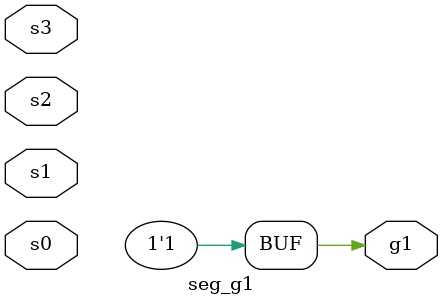
<source format=v>
module seg_g1 (g1, s3, s2, s1, s0);

    input s3, s2, s1, s0;
    output g1;

    
/*
g1(s3, s2, s1, s0) = 1
*/
    // Termos da função
    or (g1, s1, 1'b1);

endmodule

</source>
